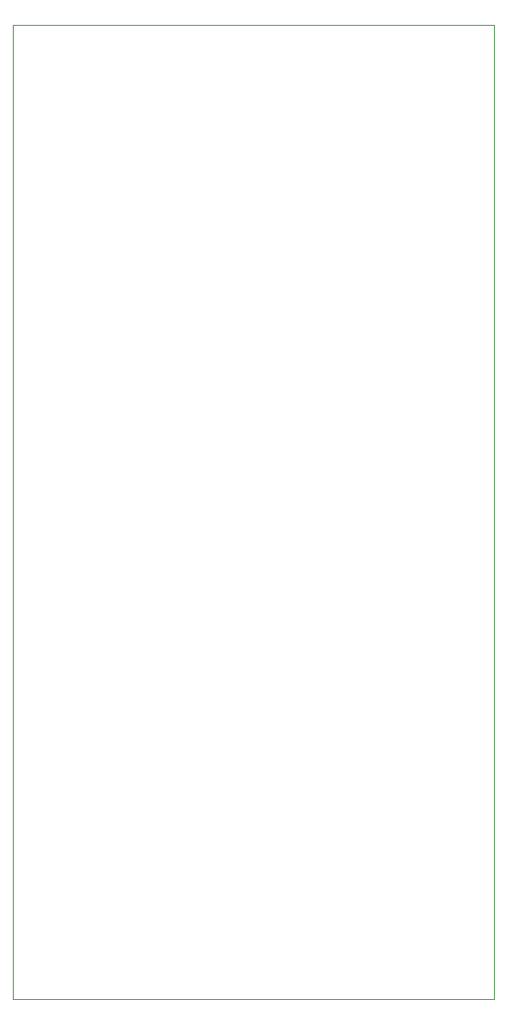
<source format=gm1>
%TF.GenerationSoftware,KiCad,Pcbnew,6.0.2+dfsg-1~bpo11+1*%
%TF.CreationDate,2022-05-04T11:35:57-04:00*%
%TF.ProjectId,eurorack_to_3v3,6575726f-7261-4636-9b5f-746f5f337633,1*%
%TF.SameCoordinates,Original*%
%TF.FileFunction,Profile,NP*%
%FSLAX46Y46*%
G04 Gerber Fmt 4.6, Leading zero omitted, Abs format (unit mm)*
G04 Created by KiCad (PCBNEW 6.0.2+dfsg-1~bpo11+1) date 2022-05-04 11:35:57*
%MOMM*%
%LPD*%
G01*
G04 APERTURE LIST*
%TA.AperFunction,Profile*%
%ADD10C,0.100000*%
%TD*%
G04 APERTURE END LIST*
D10*
X159500000Y-39000000D02*
X159500000Y-135000000D01*
X112000000Y-135000000D02*
X112000000Y-39000000D01*
X159500000Y-135000000D02*
X112000000Y-135000000D01*
X112000000Y-39000000D02*
X159500000Y-39000000D01*
M02*

</source>
